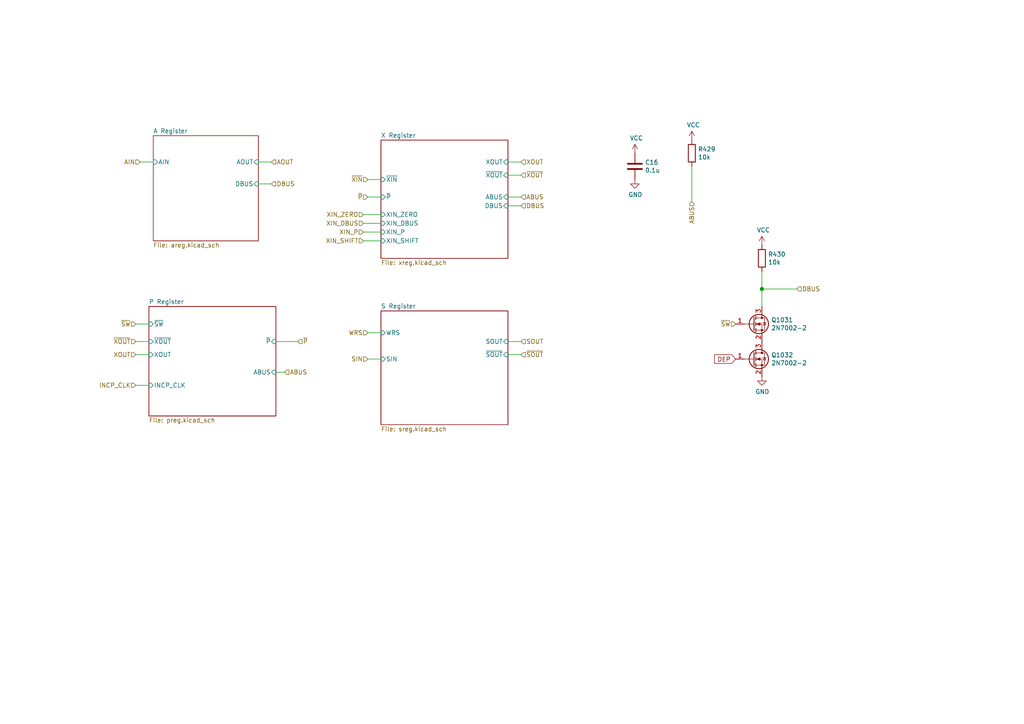
<source format=kicad_sch>
(kicad_sch (version 20210126) (generator eeschema)
  (paper "A4")
  (title_block (title "Q2 Bit Slice") (date "2021-01-30") (rev "1") (company "joewing.net"))
  (lib_symbols
    (symbol "Device:C" (pin_numbers hide) (pin_names (offset 0.254))
      (property "Reference" "C" (at 0.635 2.54 0))
      (property "Value" "C" (at 0.635 -2.54 0))
      (symbol "C_0_1"
        (polyline (pts (xy -2.032 -0.762) (xy 2.032 -0.762)) (stroke (width 0.508)))
        (polyline (pts (xy -2.032 0.762) (xy 2.032 0.762)) (stroke (width 0.508)))
      )
      (symbol "C_1_1"
        (pin passive line (at 0 3.81 270) (length 2.794) (name "~") (number "1"))
        (pin passive line (at 0 -3.81 90) (length 2.794) (name "~") (number "2"))
      )
    )
    (symbol "Device:R" (pin_numbers hide) (pin_names (offset 0))
      (property "Reference" "R" (at 2.032 0 90))
      (property "Value" "R" (at 0 0 90))
      (symbol "R_0_1"
        (rectangle (start -1.016 -2.54) (end 1.016 2.54) (stroke (width 0.254)))
      )
      (symbol "R_1_1"
        (pin passive line (at 0 3.81 270) (length 1.27) (name "~") (number "1"))
        (pin passive line (at 0 -3.81 90) (length 1.27) (name "~") (number "2"))
      )
    )
    (symbol "Transistor_FET:2N7002" (pin_names hide)
      (property "Reference" "Q" (at 5.08 1.905 0))
      (property "Value" "2N7002" (at 5.08 0 0))
      (symbol "2N7002_0_1"
        (circle (center 1.651 0) (radius 2.794) (stroke (width 0.254)))
        (circle (center 2.54 -1.778) (radius 0.254) (fill (type outline)))
        (circle (center 2.54 1.778) (radius 0.254) (fill (type outline)))
        (polyline (pts (xy 0.254 0) (xy -2.54 0)))
        (polyline (pts (xy 0.254 1.905) (xy 0.254 -1.905)) (stroke (width 0.254)))
        (polyline (pts (xy 0.762 -1.27) (xy 0.762 -2.286)) (stroke (width 0.254)))
        (polyline (pts (xy 0.762 0.508) (xy 0.762 -0.508)) (stroke (width 0.254)))
        (polyline (pts (xy 0.762 2.286) (xy 0.762 1.27)) (stroke (width 0.254)))
        (polyline (pts (xy 2.54 2.54) (xy 2.54 1.778)))
        (polyline (pts (xy 2.54 -2.54) (xy 2.54 0) (xy 0.762 0)))
        (polyline (pts (xy 0.762 -1.778) (xy 3.302 -1.778) (xy 3.302 1.778) (xy 0.762 1.778)))
        (polyline (pts (xy 1.016 0) (xy 2.032 0.381) (xy 2.032 -0.381) (xy 1.016 0)) (fill (type outline)))
        (polyline (pts (xy 2.794 0.508) (xy 2.921 0.381) (xy 3.683 0.381) (xy 3.81 0.254)))
        (polyline (pts (xy 3.302 0.381) (xy 2.921 -0.254) (xy 3.683 -0.254) (xy 3.302 0.381)))
      )
      (symbol "2N7002_1_1"
        (pin input line (at -5.08 0 0) (length 2.54) (name "G") (number "1"))
        (pin passive line (at 2.54 -5.08 90) (length 2.54) (name "S") (number "2"))
        (pin passive line (at 2.54 5.08 270) (length 2.54) (name "D") (number "3"))
      )
    )
    (symbol "power:GND" (power) (pin_names (offset 0))
      (property "Value" "GND" (at 0 -3.81 0))
      (symbol "GND_0_1"
        (polyline (pts (xy 0 0) (xy 0 -1.27) (xy 1.27 -1.27) (xy 0 -2.54) (xy -1.27 -1.27) (xy 0 -1.27)))
      )
      (symbol "GND_1_1"
        (pin power_in line (at 0 0 270) (length 0) hide (name "GND") (number "1"))
      )
    )
    (symbol "power:VCC" (power) (pin_names (offset 0))
      (property "Value" "VCC" (at 0 3.81 0))
      (symbol "VCC_0_1"
        (polyline (pts (xy -0.762 1.27) (xy 0 2.54)))
        (polyline (pts (xy 0 0) (xy 0 2.54)))
        (polyline (pts (xy 0 2.54) (xy 0.762 1.27)))
      )
      (symbol "VCC_1_1"
        (pin power_in line (at 0 0 90) (length 0) hide (name "VCC") (number "1"))
      )
    )
  )
  (junction (at 220.98 83.82) (diameter 1.016))
  (wire (pts (xy 39.37 93.98) (xy 43.18 93.98)))
  (wire (pts (xy 39.37 99.06) (xy 43.18 99.06)))
  (wire (pts (xy 39.37 102.87) (xy 43.18 102.87)))
  (wire (pts (xy 39.37 111.76) (xy 43.18 111.76)))
  (wire (pts (xy 44.45 46.99) (xy 40.64 46.99)))
  (wire (pts (xy 78.74 46.99) (xy 74.93 46.99)))
  (wire (pts (xy 78.74 53.34) (xy 74.93 53.34)))
  (wire (pts (xy 80.01 99.06) (xy 86.36 99.06)))
  (wire (pts (xy 80.01 107.95) (xy 82.55 107.95)))
  (wire (pts (xy 105.41 62.23) (xy 110.49 62.23)))
  (wire (pts (xy 105.41 64.77) (xy 110.49 64.77)))
  (wire (pts (xy 105.41 67.31) (xy 110.49 67.31)))
  (wire (pts (xy 105.41 69.85) (xy 110.49 69.85)))
  (wire (pts (xy 106.68 52.07) (xy 110.49 52.07)))
  (wire (pts (xy 106.68 57.15) (xy 110.49 57.15)))
  (wire (pts (xy 106.68 96.52) (xy 110.49 96.52)))
  (wire (pts (xy 106.68 104.14) (xy 110.49 104.14)))
  (wire (pts (xy 147.32 46.99) (xy 151.13 46.99)))
  (wire (pts (xy 147.32 50.8) (xy 151.13 50.8)))
  (wire (pts (xy 147.32 57.15) (xy 151.13 57.15)))
  (wire (pts (xy 147.32 99.06) (xy 151.13 99.06)))
  (wire (pts (xy 147.32 102.87) (xy 151.13 102.87)))
  (wire (pts (xy 151.13 59.69) (xy 147.32 59.69)))
  (wire (pts (xy 200.66 48.26) (xy 200.66 58.42)))
  (wire (pts (xy 220.98 83.82) (xy 220.98 78.74)))
  (wire (pts (xy 220.98 83.82) (xy 231.14 83.82)))
  (wire (pts (xy 220.98 88.9) (xy 220.98 83.82)))
  (global_label "DEP" (shape input) (at 213.36 104.14 180) (property "Intersheet References" "${INTERSHEET_REFS}" (effects hide)))
  (hierarchical_label "~SW" (shape input) (at 39.37 93.98 180))
  (hierarchical_label "~XOUT" (shape input) (at 39.37 99.06 180))
  (hierarchical_label "XOUT" (shape input) (at 39.37 102.87 180))
  (hierarchical_label "INCP_CLK" (shape input) (at 39.37 111.76 180))
  (hierarchical_label "AIN" (shape input) (at 40.64 46.99 180))
  (hierarchical_label "AOUT" (shape input) (at 78.74 46.99 0))
  (hierarchical_label "DBUS" (shape input) (at 78.74 53.34 0))
  (hierarchical_label "ABUS" (shape input) (at 82.55 107.95 0))
  (hierarchical_label "~P" (shape input) (at 86.36 99.06 0))
  (hierarchical_label "XIN_ZERO" (shape input) (at 105.41 62.23 180))
  (hierarchical_label "XIN_DBUS" (shape input) (at 105.41 64.77 180))
  (hierarchical_label "XIN_P" (shape input) (at 105.41 67.31 180))
  (hierarchical_label "XIN_SHIFT" (shape input) (at 105.41 69.85 180))
  (hierarchical_label "~XIN" (shape input) (at 106.68 52.07 180))
  (hierarchical_label "~P" (shape input) (at 106.68 57.15 180))
  (hierarchical_label "WRS" (shape input) (at 106.68 96.52 180))
  (hierarchical_label "SIN" (shape input) (at 106.68 104.14 180))
  (hierarchical_label "XOUT" (shape input) (at 151.13 46.99 0))
  (hierarchical_label "~XOUT" (shape input) (at 151.13 50.8 0))
  (hierarchical_label "ABUS" (shape input) (at 151.13 57.15 0))
  (hierarchical_label "DBUS" (shape input) (at 151.13 59.69 0))
  (hierarchical_label "SOUT" (shape input) (at 151.13 99.06 0))
  (hierarchical_label "~SOUT" (shape input) (at 151.13 102.87 0))
  (hierarchical_label "ABUS" (shape input) (at 200.66 58.42 270))
  (hierarchical_label "~SW" (shape input) (at 213.36 93.98 180))
  (hierarchical_label "DBUS" (shape input) (at 231.14 83.82 0))
  (symbol (lib_id "power:VCC") (at 184.15 44.45 0)
    (property "Reference" "#PWR0847" (effects hide))
    (property "Value" "VCC" (at 184.5818 40.0558 0))
  )
  (symbol (lib_id "power:VCC") (at 200.66 40.64 0)
    (property "Reference" "#PWR0844" (effects hide))
    (property "Value" "VCC" (at 201.0918 36.2458 0))
  )
  (symbol (lib_id "power:VCC") (at 220.98 71.12 0)
    (property "Reference" "#PWR0843" (effects hide))
    (property "Value" "VCC" (at 221.4118 66.7258 0))
  )
  (symbol (lib_id "power:GND") (at 184.15 52.07 0)
    (property "Reference" "#PWR0846" (effects hide))
    (property "Value" "GND" (at 184.277 56.4642 0))
  )
  (symbol (lib_id "power:GND") (at 220.98 109.22 0)
    (property "Reference" "#PWR0845" (effects hide))
    (property "Value" "GND" (at 221.107 113.6142 0))
  )
  (symbol (lib_id "Device:R") (at 200.66 44.45 0)
    (property "Reference" "R429" (at 202.438 43.2816 0) (effects (justify left)))
    (property "Value" "10k" (at 202.438 45.593 0) (effects (justify left)))
    (property "Footprint" "Resistor_SMD:R_0805_2012Metric" (effects hide))
    (property "LCSC" "C17414" (effects hide))
  )
  (symbol (lib_id "Device:R") (at 220.98 74.93 0)
    (property "Reference" "R430" (at 222.758 73.7616 0) (effects (justify left)))
    (property "Value" "10k" (at 222.758 76.073 0) (effects (justify left)))
    (property "Footprint" "Resistor_SMD:R_0805_2012Metric" (effects hide))
    (property "LCSC" "C17414" (effects hide))
  )
  (symbol (lib_id "Device:C") (at 184.15 48.26 0)
    (property "Reference" "C16" (at 187.071 47.0916 0) (effects (justify left)))
    (property "Value" "0.1u" (at 187.071 49.403 0) (effects (justify left)))
    (property "Footprint" "Capacitor_SMD:C_0805_2012Metric" (effects hide))
    (property "LCSC" "C49678" (effects hide))
  )
  (symbol (lib_id "Transistor_FET:2N7002") (at 218.44 93.98 0)
    (property "Reference" "Q1031" (at 223.6724 92.8116 0) (effects (justify left)))
    (property "Value" "2N7002-2" (at 223.672 95.123 0) (effects (justify left)))
    (property "Footprint" "Package_TO_SOT_SMD:SOT-23" (effects hide))
    (property "Datasheet" "https://www.fairchildsemi.com/datasheets/2N/2N7002.pdf" (effects hide))
    (property "LCSC" "C8545" (effects hide))
  )
  (symbol (lib_id "Transistor_FET:2N7002") (at 218.44 104.14 0)
    (property "Reference" "Q1032" (at 223.6724 102.9716 0) (effects (justify left)))
    (property "Value" "2N7002-2" (at 223.672 105.283 0) (effects (justify left)))
    (property "Footprint" "Package_TO_SOT_SMD:SOT-23" (effects hide))
    (property "Datasheet" "https://www.fairchildsemi.com/datasheets/2N/2N7002.pdf" (effects hide))
    (property "LCSC" "C8545" (effects hide))
  )
  (sheet (at 44.45 39.37) (size 30.48 30.48)
    (property "Sheet name" "A Register" (at 44.45 38.7345 0) (effects (justify left bottom)))
    (property "Sheet file" "areg.kicad_sch" (at 44.45 70.3585 0) (effects (justify left top)))
    (pin "AIN" input (at 44.45 46.99 180))
    (pin "AOUT" input (at 74.93 46.99 0))
    (pin "DBUS" input (at 74.93 53.34 0))
  )
  (sheet (at 43.18 88.9) (size 36.83 31.75)
    (property "Sheet name" "P Register" (at 43.18 88.2645 0) (effects (justify left bottom)))
    (property "Sheet file" "preg.kicad_sch" (at 43.18 121.1585 0) (effects (justify left top)))
    (pin "~XOUT" input (at 43.18 99.06 180))
    (pin "~SW" input (at 43.18 93.98 180))
    (pin "XOUT" input (at 43.18 102.87 180))
    (pin "ABUS" input (at 80.01 107.95 0))
    (pin "~P" input (at 80.01 99.06 0))
    (pin "INCP_CLK" input (at 43.18 111.76 180))
  )
  (sheet (at 110.49 90.17) (size 36.83 33.02)
    (property "Sheet name" "S Register" (at 110.49 89.5345 0) (effects (justify left bottom)))
    (property "Sheet file" "sreg.kicad_sch" (at 110.49 123.6985 0) (effects (justify left top)))
    (pin "~SOUT" input (at 147.32 102.87 0))
    (pin "SOUT" input (at 147.32 99.06 0))
    (pin "SIN" input (at 110.49 104.14 180))
    (pin "WRS" input (at 110.49 96.52 180))
  )
  (sheet (at 110.49 40.64) (size 36.83 34.29)
    (property "Sheet name" "X Register" (at 110.49 40.0045 0) (effects (justify left bottom)))
    (property "Sheet file" "xreg.kicad_sch" (at 110.49 75.4385 0) (effects (justify left top)))
    (pin "DBUS" input (at 147.32 59.69 0))
    (pin "XOUT" input (at 147.32 46.99 0))
    (pin "~P" input (at 110.49 57.15 180))
    (pin "~XIN" input (at 110.49 52.07 180))
    (pin "ABUS" input (at 147.32 57.15 0))
    (pin "~XOUT" input (at 147.32 50.8 0))
    (pin "XIN_ZERO" input (at 110.49 62.23 180))
    (pin "XIN_DBUS" input (at 110.49 64.77 180))
    (pin "XIN_P" input (at 110.49 67.31 180))
    (pin "XIN_SHIFT" input (at 110.49 69.85 180))
  )
)
</source>
